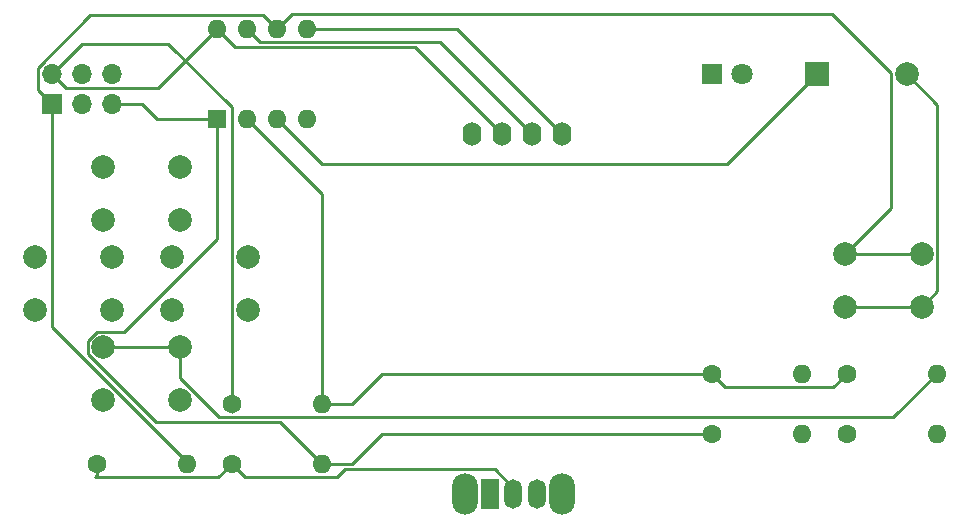
<source format=gbr>
%TF.GenerationSoftware,KiCad,Pcbnew,8.0.3*%
%TF.CreationDate,2024-06-30T11:32:45+09:00*%
%TF.ProjectId,gamepad_attiny85,67616d65-7061-4645-9f61-7474696e7938,rev?*%
%TF.SameCoordinates,Original*%
%TF.FileFunction,Copper,L1,Top*%
%TF.FilePolarity,Positive*%
%FSLAX46Y46*%
G04 Gerber Fmt 4.6, Leading zero omitted, Abs format (unit mm)*
G04 Created by KiCad (PCBNEW 8.0.3) date 2024-06-30 11:32:45*
%MOMM*%
%LPD*%
G01*
G04 APERTURE LIST*
%TA.AperFunction,ComponentPad*%
%ADD10C,1.600000*%
%TD*%
%TA.AperFunction,ComponentPad*%
%ADD11O,1.600000X1.600000*%
%TD*%
%TA.AperFunction,ComponentPad*%
%ADD12C,2.000000*%
%TD*%
%TA.AperFunction,ComponentPad*%
%ADD13R,1.800000X1.800000*%
%TD*%
%TA.AperFunction,ComponentPad*%
%ADD14C,1.800000*%
%TD*%
%TA.AperFunction,ComponentPad*%
%ADD15R,1.600000X1.600000*%
%TD*%
%TA.AperFunction,ComponentPad*%
%ADD16R,2.000000X2.000000*%
%TD*%
%TA.AperFunction,ComponentPad*%
%ADD17R,1.700000X1.700000*%
%TD*%
%TA.AperFunction,ComponentPad*%
%ADD18O,1.700000X1.700000*%
%TD*%
%TA.AperFunction,ComponentPad*%
%ADD19O,1.500000X2.500000*%
%TD*%
%TA.AperFunction,ComponentPad*%
%ADD20R,1.500000X2.500000*%
%TD*%
%TA.AperFunction,ComponentPad*%
%ADD21O,2.200000X3.500000*%
%TD*%
%TA.AperFunction,ComponentPad*%
%ADD22O,1.600000X2.000000*%
%TD*%
%TA.AperFunction,Conductor*%
%ADD23C,0.250000*%
%TD*%
G04 APERTURE END LIST*
D10*
%TO.P,R7,1*%
%TO.N,+3.3V*%
X31750000Y-58420000D03*
D11*
%TO.P,R7,2*%
%TO.N,Net-(Attiny85-PB1)*%
X39370000Y-58420000D03*
%TD*%
D10*
%TO.P,R6,1*%
%TO.N,Net-(Attiny85-~{RESET}{slash}PB5)*%
X95250000Y-55880000D03*
D11*
%TO.P,R6,2*%
%TO.N,Net-(R6-Pad2)*%
X102870000Y-55880000D03*
%TD*%
D10*
%TO.P,R5,1*%
%TO.N,+3.3V*%
X43180000Y-58420000D03*
D11*
%TO.P,R5,2*%
%TO.N,Net-(Attiny85-~{RESET}{slash}PB5)*%
X50800000Y-58420000D03*
%TD*%
D10*
%TO.P,R4,1*%
%TO.N,Net-(Attiny85-~{RESET}{slash}PB5)*%
X83820000Y-55880000D03*
D11*
%TO.P,R4,2*%
%TO.N,Net-(R4-Pad2)*%
X91440000Y-55880000D03*
%TD*%
D10*
%TO.P,R3,1*%
%TO.N,+3.3V*%
X43180000Y-53340000D03*
D11*
%TO.P,R3,2*%
%TO.N,Net-(Attiny85-XTAL1{slash}PB3)*%
X50800000Y-53340000D03*
%TD*%
D10*
%TO.P,R2,1*%
%TO.N,Net-(Attiny85-XTAL1{slash}PB3)*%
X95250000Y-50800000D03*
D11*
%TO.P,R2,2*%
%TO.N,Net-(R2-Pad2)*%
X102870000Y-50800000D03*
%TD*%
D12*
%TO.P,SW3,1,1*%
%TO.N,GND*%
X26520000Y-40930000D03*
X33020000Y-40930000D03*
%TO.P,SW3,2,2*%
%TO.N,Net-(R4-Pad2)*%
X26520000Y-45430000D03*
X33020000Y-45430000D03*
%TD*%
%TO.P,SW1,1,1*%
%TO.N,GND*%
X32310000Y-33310000D03*
X38810000Y-33310000D03*
%TO.P,SW1,2,2*%
%TO.N,Net-(33K1-Pad2)*%
X32310000Y-37810000D03*
X38810000Y-37810000D03*
%TD*%
%TO.P,SW2,1,1*%
%TO.N,Net-(R2-Pad2)*%
X32310000Y-48550000D03*
X38810000Y-48550000D03*
%TO.P,SW2,2,2*%
%TO.N,GND*%
X32310000Y-53050000D03*
X38810000Y-53050000D03*
%TD*%
D13*
%TO.P,D1,1,K*%
%TO.N,GND*%
X83820000Y-25400000D03*
D14*
%TO.P,D1,2,A*%
%TO.N,+3.3V*%
X86360000Y-25400000D03*
%TD*%
D15*
%TO.P,Attiny85,1,~{RESET}/PB5*%
%TO.N,Net-(Attiny85-~{RESET}{slash}PB5)*%
X41920000Y-29200000D03*
D11*
%TO.P,Attiny85,2,XTAL1/PB3*%
%TO.N,Net-(Attiny85-XTAL1{slash}PB3)*%
X44460000Y-29200000D03*
%TO.P,Attiny85,3,XTAL2/PB4*%
%TO.N,Net-(Attiny85-XTAL2{slash}PB4)*%
X47000000Y-29200000D03*
%TO.P,Attiny85,4,GND*%
%TO.N,GND*%
X49540000Y-29200000D03*
%TO.P,Attiny85,5,AREF/PB0*%
%TO.N,Net-(Attiny85-AREF{slash}PB0)*%
X49540000Y-21580000D03*
%TO.P,Attiny85,6,PB1*%
%TO.N,Net-(Attiny85-PB1)*%
X47000000Y-21580000D03*
%TO.P,Attiny85,7,PB2*%
%TO.N,Net-(Attiny85-PB2)*%
X44460000Y-21580000D03*
%TO.P,Attiny85,8,VCC*%
%TO.N,+3.3V*%
X41920000Y-21580000D03*
%TD*%
D16*
%TO.P,BZ1,1,-*%
%TO.N,Net-(Attiny85-XTAL2{slash}PB4)*%
X92720000Y-25400000D03*
D12*
%TO.P,BZ1,2,+*%
%TO.N,GND*%
X100320000Y-25400000D03*
%TD*%
%TO.P,SW5,1,1*%
%TO.N,Net-(R6-Pad2)*%
X38100000Y-40930000D03*
X44600000Y-40930000D03*
%TO.P,SW5,2,2*%
%TO.N,GND*%
X38100000Y-45430000D03*
X44600000Y-45430000D03*
%TD*%
D17*
%TO.P,J2,1,Pin_1*%
%TO.N,Net-(Attiny85-PB1)*%
X27940000Y-27940000D03*
D18*
%TO.P,J2,2,Pin_2*%
%TO.N,+3.3V*%
X27940000Y-25400000D03*
%TO.P,J2,3,Pin_3*%
%TO.N,Net-(Attiny85-PB2)*%
X30480000Y-27940000D03*
%TO.P,J2,4,Pin_4*%
%TO.N,Net-(Attiny85-AREF{slash}PB0)*%
X30480000Y-25400000D03*
%TO.P,J2,5,Pin_5*%
%TO.N,Net-(Attiny85-~{RESET}{slash}PB5)*%
X33020000Y-27940000D03*
%TO.P,J2,6,Pin_6*%
%TO.N,GND*%
X33020000Y-25400000D03*
%TD*%
D19*
%TO.P,POWER1,3*%
%TO.N,N/C*%
X69020000Y-60960000D03*
%TO.P,POWER1,2,B*%
%TO.N,+3.3V*%
X67020000Y-60960000D03*
D20*
%TO.P,POWER1,1,A*%
%TO.N,Net-(BT1-+)*%
X65020000Y-60960000D03*
D21*
%TO.P,POWER1,*%
%TO.N,*%
X71120000Y-60960000D03*
X62920000Y-60960000D03*
%TD*%
D12*
%TO.P,SW7,1,1*%
%TO.N,Net-(Attiny85-PB1)*%
X95100000Y-40640000D03*
X101600000Y-40640000D03*
%TO.P,SW7,2,2*%
%TO.N,GND*%
X95100000Y-45140000D03*
X101600000Y-45140000D03*
%TD*%
D22*
%TO.P,SSD1306,1,GND*%
%TO.N,GND*%
X63500000Y-30480000D03*
%TO.P,SSD1306,2,VCC*%
%TO.N,+3.3V*%
X66040000Y-30480000D03*
%TO.P,SSD1306,3,SCL*%
%TO.N,Net-(Attiny85-PB2)*%
X68580000Y-30480000D03*
%TO.P,SSD1306,4,SDA*%
%TO.N,Net-(Attiny85-AREF{slash}PB0)*%
X71120000Y-30480000D03*
%TD*%
D10*
%TO.P,33K1,1*%
%TO.N,Net-(Attiny85-XTAL1{slash}PB3)*%
X83820000Y-50800000D03*
D11*
%TO.P,33K1,2*%
%TO.N,Net-(33K1-Pad2)*%
X91440000Y-50800000D03*
%TD*%
D23*
%TO.N,GND*%
X101600000Y-45140000D02*
X95100000Y-45140000D01*
%TO.N,+3.3V*%
X37830000Y-22860000D02*
X30480000Y-22860000D01*
X43180000Y-28210000D02*
X37830000Y-22860000D01*
X43180000Y-53340000D02*
X43180000Y-28210000D01*
X30480000Y-22860000D02*
X27940000Y-25400000D01*
%TO.N,Net-(Attiny85-XTAL1{slash}PB3)*%
X50800000Y-35540000D02*
X44460000Y-29200000D01*
X50800000Y-53340000D02*
X50800000Y-35540000D01*
%TO.N,+3.3V*%
X31750000Y-59400000D02*
X31605000Y-59545000D01*
X31750000Y-58420000D02*
X31750000Y-59400000D01*
%TO.N,Net-(Attiny85-PB1)*%
X26765000Y-26765000D02*
X27940000Y-27940000D01*
X26765000Y-24913299D02*
X26765000Y-26765000D01*
X45875000Y-20455000D02*
X31223299Y-20455000D01*
X47000000Y-21580000D02*
X45875000Y-20455000D01*
X31223299Y-20455000D02*
X26765000Y-24913299D01*
%TO.N,+3.3V*%
X58715000Y-23155000D02*
X43495000Y-23155000D01*
X43495000Y-23155000D02*
X41920000Y-21580000D01*
X66040000Y-30480000D02*
X58715000Y-23155000D01*
%TO.N,Net-(Attiny85-PB2)*%
X45585000Y-22705000D02*
X44460000Y-21580000D01*
X60805000Y-22705000D02*
X45585000Y-22705000D01*
X68580000Y-30480000D02*
X60805000Y-22705000D01*
%TO.N,Net-(Attiny85-AREF{slash}PB0)*%
X62220000Y-21580000D02*
X49540000Y-21580000D01*
X71120000Y-30480000D02*
X62220000Y-21580000D01*
%TO.N,Net-(Attiny85-XTAL2{slash}PB4)*%
X50820000Y-33020000D02*
X47000000Y-29200000D01*
X85100000Y-33020000D02*
X50820000Y-33020000D01*
X92720000Y-25400000D02*
X85100000Y-33020000D01*
%TO.N,Net-(Attiny85-PB1)*%
X93980000Y-20320000D02*
X48260000Y-20320000D01*
X98995000Y-25335000D02*
X93980000Y-20320000D01*
X95100000Y-40640000D02*
X98995000Y-36745000D01*
X98995000Y-36745000D02*
X98995000Y-25335000D01*
X48260000Y-20320000D02*
X47000000Y-21580000D01*
%TO.N,Net-(Attiny85-XTAL1{slash}PB3)*%
X55880000Y-50800000D02*
X83820000Y-50800000D01*
X53340000Y-53340000D02*
X55880000Y-50800000D01*
X50800000Y-53340000D02*
X53340000Y-53340000D01*
%TO.N,Net-(Attiny85-~{RESET}{slash}PB5)*%
X53340000Y-58420000D02*
X55880000Y-55880000D01*
X50800000Y-58420000D02*
X53340000Y-58420000D01*
X55880000Y-55880000D02*
X83820000Y-55880000D01*
%TO.N,+3.3V*%
X42055000Y-59545000D02*
X31605000Y-59545000D01*
X43180000Y-58420000D02*
X42055000Y-59545000D01*
X43180000Y-53340000D02*
X43180000Y-54015000D01*
X44305000Y-59545000D02*
X43180000Y-58420000D01*
X52090000Y-59545000D02*
X44305000Y-59545000D01*
X67020000Y-60460000D02*
X65445000Y-58885000D01*
X52750000Y-58885000D02*
X52090000Y-59545000D01*
X67020000Y-60960000D02*
X67020000Y-60460000D01*
X65445000Y-58885000D02*
X52750000Y-58885000D01*
%TO.N,Net-(Attiny85-PB1)*%
X39370000Y-58236167D02*
X39370000Y-58420000D01*
X27940000Y-46806167D02*
X39370000Y-58236167D01*
X27940000Y-27940000D02*
X27940000Y-46806167D01*
%TO.N,+3.3V*%
X36925000Y-26575000D02*
X41920000Y-21580000D01*
X29115000Y-26575000D02*
X36925000Y-26575000D01*
X27940000Y-25400000D02*
X29115000Y-26575000D01*
%TO.N,Net-(Attiny85-~{RESET}{slash}PB5)*%
X36820000Y-29200000D02*
X41920000Y-29200000D01*
X35560000Y-27940000D02*
X36820000Y-29200000D01*
X33020000Y-27940000D02*
X35560000Y-27940000D01*
X41920000Y-39360000D02*
X41920000Y-29200000D01*
X30985000Y-48001167D02*
X31761167Y-47225000D01*
X30985000Y-49098833D02*
X30985000Y-48001167D01*
X36801167Y-54915000D02*
X30985000Y-49098833D01*
X31761167Y-47225000D02*
X34055000Y-47225000D01*
X34055000Y-47225000D02*
X41920000Y-39360000D01*
X47295000Y-54915000D02*
X36801167Y-54915000D01*
X50800000Y-58420000D02*
X47295000Y-54915000D01*
%TO.N,Net-(R2-Pad2)*%
X32310000Y-48550000D02*
X38810000Y-48550000D01*
X38810000Y-51176167D02*
X38810000Y-48550000D01*
X42098833Y-54465000D02*
X38810000Y-51176167D01*
X102870000Y-50800000D02*
X99205000Y-54465000D01*
X99205000Y-54465000D02*
X42098833Y-54465000D01*
%TO.N,Net-(Attiny85-XTAL1{slash}PB3)*%
X94125000Y-51925000D02*
X84945000Y-51925000D01*
X84945000Y-51925000D02*
X83820000Y-50800000D01*
X95250000Y-50800000D02*
X94125000Y-51925000D01*
%TO.N,Net-(Attiny85-PB1)*%
X95100000Y-40640000D02*
X101600000Y-40640000D01*
%TO.N,GND*%
X102925000Y-43815000D02*
X101600000Y-45140000D01*
X102925000Y-28005000D02*
X102925000Y-43815000D01*
X100320000Y-25400000D02*
X102925000Y-28005000D01*
%TD*%
M02*

</source>
